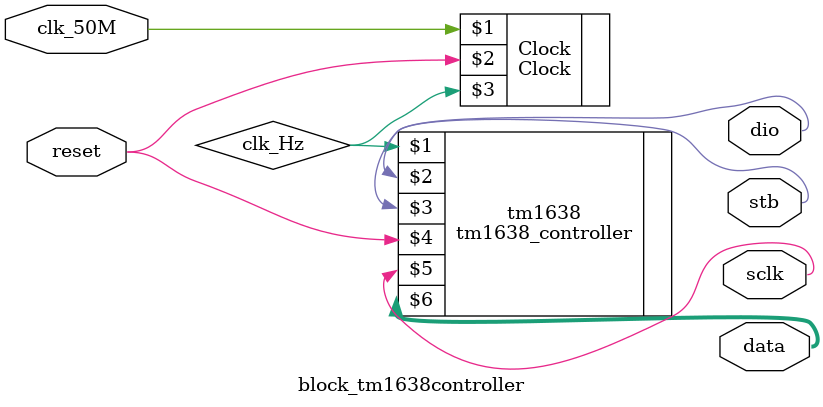
<source format=v>
`timescale 1ns / 1ps
module block_tm1638controller(clk_50M, reset, dio, stb, sclk, data);
input clk_50M, reset;
wire clk_Hz;
output wire dio, stb, sclk;
output wire [7:0] data;
Clock Clock(clk_50M, reset, clk_Hz);
tm1638_controller tm1638(clk_Hz, dio, stb, reset, sclk, data);


endmodule

</source>
